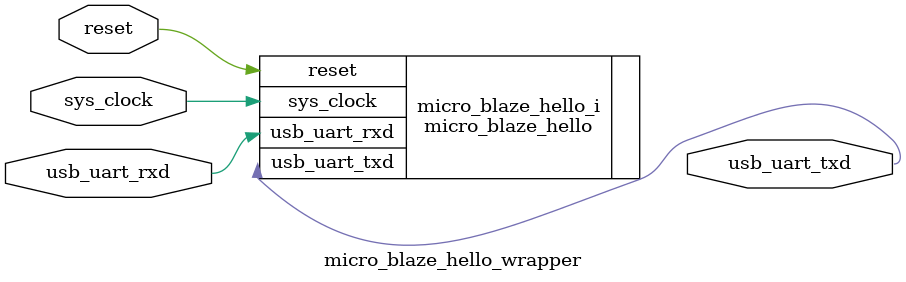
<source format=v>
`timescale 1 ps / 1 ps

module micro_blaze_hello_wrapper
   (reset,
    sys_clock,
    usb_uart_rxd,
    usb_uart_txd);
  input reset;
  input sys_clock;
  input usb_uart_rxd;
  output usb_uart_txd;

  wire reset;
  wire sys_clock;
  wire usb_uart_rxd;
  wire usb_uart_txd;

  micro_blaze_hello micro_blaze_hello_i
       (.reset(reset),
        .sys_clock(sys_clock),
        .usb_uart_rxd(usb_uart_rxd),
        .usb_uart_txd(usb_uart_txd));
endmodule

</source>
